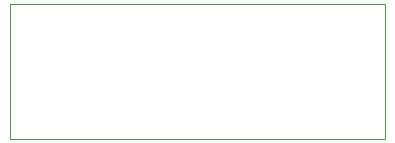
<source format=gbr>
%TF.GenerationSoftware,KiCad,Pcbnew,(5.1.10-1-10_14)*%
%TF.CreationDate,2022-09-21T16:33:10-04:00*%
%TF.ProjectId,MMCBreakOut,4d4d4342-7265-4616-9b4f-75742e6b6963,rev?*%
%TF.SameCoordinates,Original*%
%TF.FileFunction,Profile,NP*%
%FSLAX46Y46*%
G04 Gerber Fmt 4.6, Leading zero omitted, Abs format (unit mm)*
G04 Created by KiCad (PCBNEW (5.1.10-1-10_14)) date 2022-09-21 16:33:10*
%MOMM*%
%LPD*%
G01*
G04 APERTURE LIST*
%TA.AperFunction,Profile*%
%ADD10C,0.100000*%
%TD*%
G04 APERTURE END LIST*
D10*
X125730000Y-53975000D02*
X125730000Y-65405000D01*
X93980000Y-53975000D02*
X125730000Y-53975000D01*
X93980000Y-65405000D02*
X93980000Y-53975000D01*
X125730000Y-65405000D02*
X93980000Y-65405000D01*
M02*

</source>
